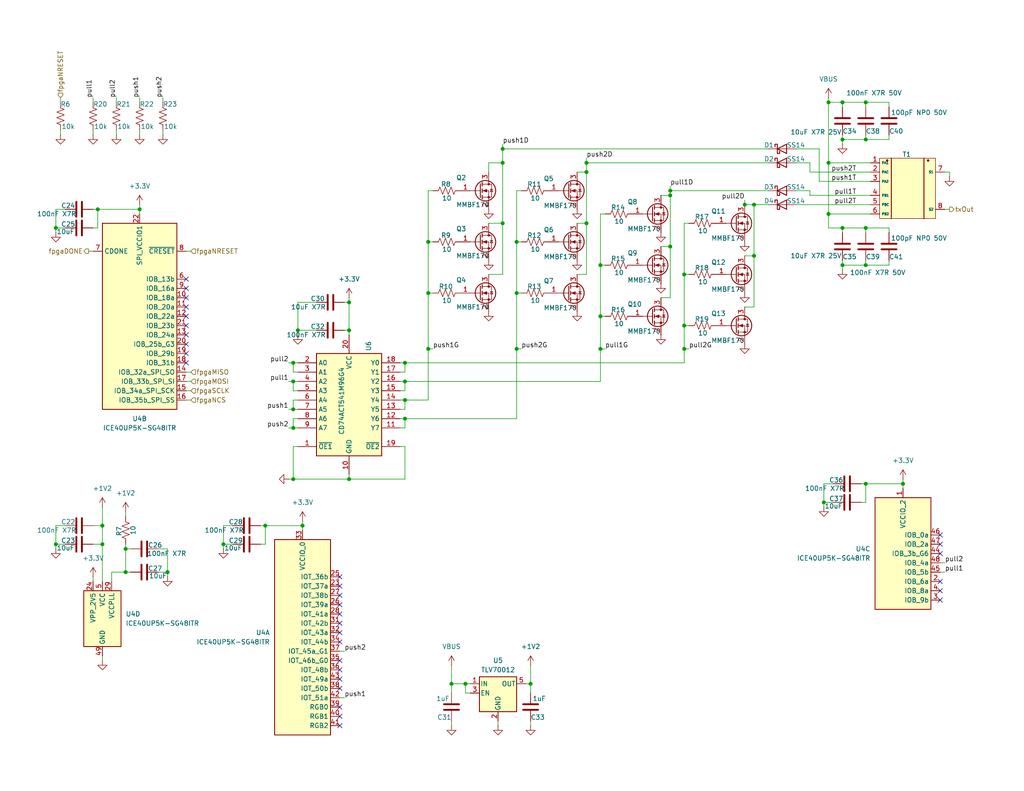
<source format=kicad_sch>
(kicad_sch (version 20250114) (generator "eeschema") (generator_version "9.0")
  (paper "USLetter")
  (title_block (date "2025-11-24") (company "WB7NAB"))
  (junction (at 229.87 38.1))
  (junction (at 236.22 27.94))
  (junction (at 229.87 62.23))
  (junction (at 80.01 104.14))
  (junction (at 127 186.69))
  (junction (at 26.67 57.15))
  (junction (at 205.74 55.88))
  (junction (at 110.49 109.22))
  (junction (at 110.49 114.3))
  (junction (at 80.01 130.81))
  (junction (at 60.96 148.59))
  (junction (at 144.78 186.69))
  (junction (at 236.22 132.08))
  (junction (at 140.97 95.25))
  (junction (at 116.84 95.25))
  (junction (at 236.22 38.1))
  (junction (at 95.25 90.17))
  (junction (at 123.19 186.69))
  (junction (at 163.83 86.36))
  (junction (at 236.22 62.23))
  (junction (at 95.25 130.81))
  (junction (at 80.01 111.76))
  (junction (at 160.02 44.45))
  (junction (at 186.69 74.93))
  (junction (at 246.38 132.08))
  (junction (at 226.06 58.42))
  (junction (at 236.22 72.39))
  (junction (at 82.55 143.51))
  (junction (at 137.16 44.45))
  (junction (at 137.16 40.64))
  (junction (at 163.83 95.25))
  (junction (at 203.2 55.88))
  (junction (at 160.02 60.96))
  (junction (at 81.28 90.17))
  (junction (at 72.39 143.51))
  (junction (at 229.87 27.94))
  (junction (at 140.97 80.01))
  (junction (at 140.97 66.04))
  (junction (at 116.84 80.01))
  (junction (at 45.72 156.21))
  (junction (at 205.74 69.85))
  (junction (at 186.69 88.9))
  (junction (at 137.16 60.96))
  (junction (at 160.02 46.99))
  (junction (at 182.88 52.07))
  (junction (at 34.29 149.86))
  (junction (at 27.94 143.51))
  (junction (at 224.79 137.16))
  (junction (at 110.49 104.14))
  (junction (at 226.06 27.94))
  (junction (at 182.88 53.34))
  (junction (at 34.29 156.21))
  (junction (at 229.87 72.39))
  (junction (at 226.06 44.45))
  (junction (at 15.24 62.23))
  (junction (at 110.49 99.06))
  (junction (at 186.69 95.25))
  (junction (at 116.84 66.04))
  (junction (at 163.83 72.39))
  (junction (at 80.01 116.84))
  (junction (at 15.24 148.59))
  (junction (at 38.1 57.15))
  (junction (at 95.25 82.55))
  (junction (at 27.94 148.59))
  (junction (at 80.01 99.06))
  (junction (at 182.88 67.31))
  (no_connect (at 256.54 161.29))
  (no_connect (at 50.8 93.98))
  (no_connect (at 92.71 187.96))
  (no_connect (at 92.71 172.72))
  (no_connect (at 92.71 198.12))
  (no_connect (at 256.54 151.13))
  (no_connect (at 92.71 165.1))
  (no_connect (at 256.54 158.75))
  (no_connect (at 92.71 157.48))
  (no_connect (at 92.71 195.58))
  (no_connect (at 256.54 148.59))
  (no_connect (at 50.8 78.74))
  (no_connect (at 50.8 88.9))
  (no_connect (at 92.71 167.64))
  (no_connect (at 92.71 160.02))
  (no_connect (at 92.71 162.56))
  (no_connect (at 92.71 182.88))
  (no_connect (at 50.8 91.44))
  (no_connect (at 92.71 193.04))
  (no_connect (at 50.8 99.06))
  (no_connect (at 256.54 146.05))
  (no_connect (at 50.8 83.82))
  (no_connect (at 50.8 76.2))
  (no_connect (at 92.71 185.42))
  (no_connect (at 50.8 96.52))
  (no_connect (at 50.8 81.28))
  (no_connect (at 92.71 180.34))
  (no_connect (at 256.54 163.83))
  (no_connect (at 92.71 170.18))
  (no_connect (at 92.71 175.26))
  (no_connect (at 50.8 86.36))
  (wire (pts (xy 140.97 80.01) (xy 142.24 80.01)))
  (wire (pts (xy 109.22 109.22) (xy 110.49 109.22)))
  (wire (pts (xy 165.1 58.42) (xy 163.83 58.42)))
  (wire (pts (xy 226.06 62.23) (xy 229.87 62.23)))
  (wire (pts (xy 205.74 55.88) (xy 205.74 69.85)))
  (wire (pts (xy 140.97 52.07) (xy 140.97 66.04)))
  (wire (pts (xy 242.57 63.5) (xy 242.57 62.23)))
  (wire (pts (xy 226.06 58.42) (xy 226.06 62.23)))
  (wire (pts (xy 92.71 190.5) (xy 93.98 190.5)))
  (wire (pts (xy 182.88 52.07) (xy 182.88 53.34)))
  (wire (pts (xy 242.57 36.83) (xy 242.57 38.1)))
  (wire (pts (xy 17.78 57.15) (xy 15.24 57.15)))
  (wire (pts (xy 203.2 83.82) (xy 205.74 83.82)))
  (wire (pts (xy 50.8 68.58) (xy 52.07 68.58)))
  (wire (pts (xy 34.29 149.86) (xy 35.56 149.86)))
  (wire (pts (xy 140.97 95.25) (xy 140.97 114.3)))
  (wire (pts (xy 15.24 57.15) (xy 15.24 62.23)))
  (wire (pts (xy 217.17 55.88) (xy 237.49 55.88)))
  (wire (pts (xy 109.22 114.3) (xy 110.49 114.3)))
  (wire (pts (xy 186.69 74.93) (xy 187.96 74.93)))
  (wire (pts (xy 25.4 143.51) (xy 27.94 143.51)))
  (wire (pts (xy 236.22 72.39) (xy 229.87 72.39)))
  (wire (pts (xy 144.78 196.85) (xy 144.78 198.12)))
  (wire (pts (xy 50.8 109.22) (xy 52.07 109.22)))
  (wire (pts (xy 229.87 73.66) (xy 229.87 72.39)))
  (wire (pts (xy 227.33 132.08) (xy 224.79 132.08)))
  (wire (pts (xy 163.83 95.25) (xy 163.83 104.14)))
  (wire (pts (xy 34.29 156.21) (xy 30.48 156.21)))
  (wire (pts (xy 81.28 121.92) (xy 80.01 121.92)))
  (wire (pts (xy 157.48 60.96) (xy 160.02 60.96)))
  (wire (pts (xy 71.12 148.59) (xy 72.39 148.59)))
  (wire (pts (xy 133.35 74.93) (xy 137.16 74.93)))
  (wire (pts (xy 186.69 95.25) (xy 186.69 99.06)))
  (wire (pts (xy 81.28 91.44) (xy 81.28 90.17)))
  (wire (pts (xy 116.84 52.07) (xy 116.84 66.04)))
  (wire (pts (xy 25.4 57.15) (xy 26.67 57.15)))
  (wire (pts (xy 109.22 104.14) (xy 110.49 104.14)))
  (wire (pts (xy 110.49 111.76) (xy 109.22 111.76)))
  (wire (pts (xy 123.19 196.85) (xy 123.19 198.12)))
  (wire (pts (xy 140.97 66.04) (xy 140.97 80.01)))
  (wire (pts (xy 242.57 72.39) (xy 236.22 72.39)))
  (wire (pts (xy 186.69 74.93) (xy 186.69 88.9)))
  (wire (pts (xy 236.22 62.23) (xy 236.22 63.5)))
  (wire (pts (xy 95.25 82.55) (xy 95.25 90.17)))
  (wire (pts (xy 236.22 38.1) (xy 229.87 38.1)))
  (wire (pts (xy 205.74 69.85) (xy 205.74 83.82)))
  (wire (pts (xy 186.69 99.06) (xy 110.49 99.06)))
  (wire (pts (xy 224.79 132.08) (xy 224.79 137.16)))
  (wire (pts (xy 15.24 62.23) (xy 17.78 62.23)))
  (wire (pts (xy 217.17 52.07) (xy 220.98 52.07)))
  (wire (pts (xy 25.4 62.23) (xy 26.67 62.23)))
  (wire (pts (xy 137.16 39.37) (xy 137.16 40.64)))
  (wire (pts (xy 30.48 156.21) (xy 30.48 158.75)))
  (wire (pts (xy 142.24 52.07) (xy 140.97 52.07)))
  (wire (pts (xy 80.01 99.06) (xy 80.01 101.6)))
  (wire (pts (xy 38.1 55.88) (xy 38.1 57.15)))
  (wire (pts (xy 246.38 132.08) (xy 246.38 133.35)))
  (wire (pts (xy 242.57 29.21) (xy 242.57 27.94)))
  (wire (pts (xy 27.94 138.43) (xy 27.94 143.51)))
  (wire (pts (xy 203.2 55.88) (xy 205.74 55.88)))
  (wire (pts (xy 144.78 181.61) (xy 144.78 186.69)))
  (wire (pts (xy 110.49 114.3) (xy 110.49 116.84)))
  (wire (pts (xy 80.01 114.3) (xy 80.01 116.84)))
  (wire (pts (xy 234.95 132.08) (xy 236.22 132.08)))
  (wire (pts (xy 16.51 27.94) (xy 16.51 26.67)))
  (wire (pts (xy 236.22 27.94) (xy 236.22 29.21)))
  (wire (pts (xy 259.08 57.15) (xy 257.81 57.15)))
  (wire (pts (xy 203.2 69.85) (xy 205.74 69.85)))
  (wire (pts (xy 95.25 90.17) (xy 93.98 90.17)))
  (wire (pts (xy 15.24 143.51) (xy 15.24 148.59)))
  (wire (pts (xy 187.96 60.96) (xy 186.69 60.96)))
  (wire (pts (xy 226.06 26.67) (xy 226.06 27.94)))
  (wire (pts (xy 31.75 35.56) (xy 31.75 36.83)))
  (wire (pts (xy 110.49 106.68) (xy 109.22 106.68)))
  (wire (pts (xy 27.94 148.59) (xy 27.94 158.75)))
  (wire (pts (xy 45.72 149.86) (xy 45.72 156.21)))
  (wire (pts (xy 236.22 27.94) (xy 229.87 27.94)))
  (wire (pts (xy 25.4 148.59) (xy 27.94 148.59)))
  (wire (pts (xy 163.83 72.39) (xy 165.1 72.39)))
  (wire (pts (xy 133.35 44.45) (xy 137.16 44.45)))
  (wire (pts (xy 116.84 52.07) (xy 118.11 52.07)))
  (wire (pts (xy 25.4 35.56) (xy 25.4 36.83)))
  (wire (pts (xy 236.22 36.83) (xy 236.22 38.1)))
  (wire (pts (xy 116.84 66.04) (xy 118.11 66.04)))
  (wire (pts (xy 160.02 60.96) (xy 160.02 74.93)))
  (wire (pts (xy 82.55 142.24) (xy 82.55 143.51)))
  (wire (pts (xy 229.87 71.12) (xy 229.87 72.39)))
  (wire (pts (xy 133.35 44.45) (xy 133.35 46.99)))
  (wire (pts (xy 116.84 80.01) (xy 118.11 80.01)))
  (wire (pts (xy 137.16 40.64) (xy 137.16 44.45)))
  (wire (pts (xy 163.83 104.14) (xy 110.49 104.14)))
  (wire (pts (xy 180.34 67.31) (xy 182.88 67.31)))
  (wire (pts (xy 50.8 101.6) (xy 52.07 101.6)))
  (wire (pts (xy 15.24 148.59) (xy 15.24 149.86)))
  (wire (pts (xy 160.02 44.45) (xy 160.02 46.99)))
  (wire (pts (xy 81.28 114.3) (xy 80.01 114.3)))
  (wire (pts (xy 186.69 60.96) (xy 186.69 74.93)))
  (wire (pts (xy 163.83 58.42) (xy 163.83 72.39)))
  (wire (pts (xy 63.5 143.51) (xy 60.96 143.51)))
  (wire (pts (xy 205.74 55.88) (xy 209.55 55.88)))
  (wire (pts (xy 80.01 99.06) (xy 78.74 99.06)))
  (wire (pts (xy 229.87 38.1) (xy 229.87 39.37)))
  (wire (pts (xy 163.83 86.36) (xy 165.1 86.36)))
  (wire (pts (xy 220.98 53.34) (xy 237.49 53.34)))
  (wire (pts (xy 43.18 156.21) (xy 45.72 156.21)))
  (wire (pts (xy 226.06 44.45) (xy 237.49 44.45)))
  (wire (pts (xy 220.98 46.99) (xy 237.49 46.99)))
  (wire (pts (xy 81.28 82.55) (xy 81.28 90.17)))
  (wire (pts (xy 80.01 106.68) (xy 81.28 106.68)))
  (wire (pts (xy 187.96 88.9) (xy 186.69 88.9)))
  (wire (pts (xy 38.1 27.94) (xy 38.1 26.67)))
  (wire (pts (xy 226.06 27.94) (xy 226.06 44.45)))
  (wire (pts (xy 95.25 130.81) (xy 80.01 130.81)))
  (wire (pts (xy 27.94 179.07) (xy 27.94 180.34)))
  (wire (pts (xy 234.95 137.16) (xy 236.22 137.16)))
  (wire (pts (xy 38.1 57.15) (xy 26.67 57.15)))
  (wire (pts (xy 60.96 148.59) (xy 60.96 149.86)))
  (wire (pts (xy 35.56 156.21) (xy 34.29 156.21)))
  (wire (pts (xy 123.19 186.69) (xy 123.19 189.23)))
  (wire (pts (xy 123.19 186.69) (xy 127 186.69)))
  (wire (pts (xy 157.48 74.93) (xy 160.02 74.93)))
  (wire (pts (xy 110.49 121.92) (xy 110.49 130.81)))
  (wire (pts (xy 17.78 148.59) (xy 15.24 148.59)))
  (wire (pts (xy 116.84 66.04) (xy 116.84 80.01)))
  (wire (pts (xy 236.22 71.12) (xy 236.22 72.39)))
  (wire (pts (xy 27.94 143.51) (xy 27.94 148.59)))
  (wire (pts (xy 110.49 101.6) (xy 109.22 101.6)))
  (wire (pts (xy 223.52 49.53) (xy 223.52 40.64)))
  (wire (pts (xy 80.01 121.92) (xy 80.01 130.81)))
  (wire (pts (xy 137.16 40.64) (xy 209.55 40.64)))
  (wire (pts (xy 229.87 27.94) (xy 226.06 27.94)))
  (wire (pts (xy 224.79 137.16) (xy 224.79 138.43)))
  (wire (pts (xy 86.36 82.55) (xy 81.28 82.55)))
  (wire (pts (xy 140.97 95.25) (xy 142.24 95.25)))
  (wire (pts (xy 25.4 27.94) (xy 25.4 26.67)))
  (wire (pts (xy 242.57 71.12) (xy 242.57 72.39)))
  (wire (pts (xy 95.25 81.28) (xy 95.25 82.55)))
  (wire (pts (xy 81.28 99.06) (xy 80.01 99.06)))
  (wire (pts (xy 44.45 27.94) (xy 44.45 26.67)))
  (wire (pts (xy 80.01 116.84) (xy 78.74 116.84)))
  (wire (pts (xy 160.02 43.18) (xy 160.02 44.45)))
  (wire (pts (xy 34.29 139.7) (xy 34.29 140.97)))
  (wire (pts (xy 78.74 130.81) (xy 80.01 130.81)))
  (wire (pts (xy 15.24 62.23) (xy 15.24 63.5)))
  (wire (pts (xy 80.01 109.22) (xy 80.01 111.76)))
  (wire (pts (xy 182.88 52.07) (xy 209.55 52.07)))
  (wire (pts (xy 259.08 48.26) (xy 259.08 46.99)))
  (wire (pts (xy 242.57 62.23) (xy 236.22 62.23)))
  (wire (pts (xy 34.29 149.86) (xy 34.29 156.21)))
  (wire (pts (xy 95.25 90.17) (xy 95.25 91.44)))
  (wire (pts (xy 81.28 109.22) (xy 80.01 109.22)))
  (wire (pts (xy 110.49 104.14) (xy 110.49 106.68)))
  (wire (pts (xy 157.48 46.99) (xy 160.02 46.99)))
  (wire (pts (xy 60.96 148.59) (xy 63.5 148.59)))
  (wire (pts (xy 236.22 137.16) (xy 236.22 132.08)))
  (wire (pts (xy 186.69 95.25) (xy 187.96 95.25)))
  (wire (pts (xy 95.25 129.54) (xy 95.25 130.81)))
  (wire (pts (xy 256.54 156.21) (xy 257.81 156.21)))
  (wire (pts (xy 38.1 35.56) (xy 38.1 36.83)))
  (wire (pts (xy 163.83 95.25) (xy 165.1 95.25)))
  (wire (pts (xy 24.13 68.58) (xy 25.4 68.58)))
  (wire (pts (xy 135.89 196.85) (xy 135.89 198.12)))
  (wire (pts (xy 180.34 81.28) (xy 182.88 81.28)))
  (wire (pts (xy 116.84 95.25) (xy 118.11 95.25)))
  (wire (pts (xy 182.88 50.8) (xy 182.88 52.07)))
  (wire (pts (xy 127 186.69) (xy 128.27 186.69)))
  (wire (pts (xy 116.84 80.01) (xy 116.84 95.25)))
  (wire (pts (xy 123.19 181.61) (xy 123.19 186.69)))
  (wire (pts (xy 229.87 36.83) (xy 229.87 38.1)))
  (wire (pts (xy 220.98 44.45) (xy 220.98 46.99)))
  (wire (pts (xy 226.06 44.45) (xy 226.06 58.42)))
  (wire (pts (xy 81.28 90.17) (xy 86.36 90.17)))
  (wire (pts (xy 72.39 148.59) (xy 72.39 143.51)))
  (wire (pts (xy 160.02 44.45) (xy 209.55 44.45)))
  (wire (pts (xy 237.49 58.42) (xy 226.06 58.42)))
  (wire (pts (xy 92.71 177.8) (xy 93.98 177.8)))
  (wire (pts (xy 31.75 27.94) (xy 31.75 26.67)))
  (wire (pts (xy 17.78 143.51) (xy 15.24 143.51)))
  (wire (pts (xy 144.78 186.69) (xy 144.78 189.23)))
  (wire (pts (xy 80.01 104.14) (xy 78.74 104.14)))
  (wire (pts (xy 71.12 143.51) (xy 72.39 143.51)))
  (wire (pts (xy 229.87 62.23) (xy 229.87 63.5)))
  (wire (pts (xy 44.45 35.56) (xy 44.45 36.83)))
  (wire (pts (xy 137.16 60.96) (xy 137.16 74.93)))
  (wire (pts (xy 25.4 157.48) (xy 25.4 158.75)))
  (wire (pts (xy 127 189.23) (xy 127 186.69)))
  (wire (pts (xy 50.8 106.68) (xy 52.07 106.68)))
  (wire (pts (xy 80.01 116.84) (xy 81.28 116.84)))
  (wire (pts (xy 236.22 132.08) (xy 246.38 132.08)))
  (wire (pts (xy 80.01 111.76) (xy 78.74 111.76)))
  (wire (pts (xy 203.2 54.61) (xy 203.2 55.88)))
  (wire (pts (xy 95.25 82.55) (xy 93.98 82.55)))
  (wire (pts (xy 220.98 52.07) (xy 220.98 53.34)))
  (wire (pts (xy 256.54 153.67) (xy 257.81 153.67)))
  (wire (pts (xy 116.84 95.25) (xy 116.84 109.22)))
  (wire (pts (xy 110.49 116.84) (xy 109.22 116.84)))
  (wire (pts (xy 45.72 157.48) (xy 45.72 156.21)))
  (wire (pts (xy 109.22 99.06) (xy 110.49 99.06)))
  (wire (pts (xy 229.87 29.21) (xy 229.87 27.94)))
  (wire (pts (xy 182.88 67.31) (xy 182.88 81.28)))
  (wire (pts (xy 72.39 143.51) (xy 82.55 143.51)))
  (wire (pts (xy 82.55 143.51) (xy 82.55 144.78)))
  (wire (pts (xy 140.97 114.3) (xy 110.49 114.3)))
  (wire (pts (xy 26.67 57.15) (xy 26.67 62.23)))
  (wire (pts (xy 16.51 35.56) (xy 16.51 36.83)))
  (wire (pts (xy 109.22 121.92) (xy 110.49 121.92)))
  (wire (pts (xy 133.35 60.96) (xy 137.16 60.96)))
  (wire (pts (xy 160.02 46.99) (xy 160.02 60.96)))
  (wire (pts (xy 259.08 46.99) (xy 257.81 46.99)))
  (wire (pts (xy 34.29 148.59) (xy 34.29 149.86)))
  (wire (pts (xy 143.51 186.69) (xy 144.78 186.69)))
  (wire (pts (xy 180.34 53.34) (xy 182.88 53.34)))
  (wire (pts (xy 50.8 104.14) (xy 52.07 104.14)))
  (wire (pts (xy 182.88 53.34) (xy 182.88 67.31)))
  (wire (pts (xy 116.84 109.22) (xy 110.49 109.22)))
  (wire (pts (xy 224.79 137.16) (xy 227.33 137.16)))
  (wire (pts (xy 81.28 104.14) (xy 80.01 104.14)))
  (wire (pts (xy 163.83 72.39) (xy 163.83 86.36)))
  (wire (pts (xy 140.97 80.01) (xy 140.97 95.25)))
  (wire (pts (xy 163.83 86.36) (xy 163.83 95.25)))
  (wire (pts (xy 246.38 130.81) (xy 246.38 132.08)))
  (wire (pts (xy 128.27 189.23) (xy 127 189.23)))
  (wire (pts (xy 110.49 99.06) (xy 110.49 101.6)))
  (wire (pts (xy 186.69 88.9) (xy 186.69 95.25)))
  (wire (pts (xy 140.97 66.04) (xy 142.24 66.04)))
  (wire (pts (xy 80.01 104.14) (xy 80.01 106.68)))
  (wire (pts (xy 110.49 109.22) (xy 110.49 111.76)))
  (wire (pts (xy 242.57 27.94) (xy 236.22 27.94)))
  (wire (pts (xy 38.1 57.15) (xy 38.1 58.42)))
  (wire (pts (xy 242.57 38.1) (xy 236.22 38.1)))
  (wire (pts (xy 217.17 44.45) (xy 220.98 44.45)))
  (wire (pts (xy 60.96 143.51) (xy 60.96 148.59)))
  (wire (pts (xy 80.01 111.76) (xy 81.28 111.76)))
  (wire (pts (xy 137.16 44.45) (xy 137.16 60.96)))
  (wire (pts (xy 110.49 130.81) (xy 95.25 130.81)))
  (wire (pts (xy 43.18 149.86) (xy 45.72 149.86)))
  (wire (pts (xy 223.52 49.53) (xy 237.49 49.53)))
  (wire (pts (xy 217.17 40.64) (xy 223.52 40.64)))
  (wire (pts (xy 80.01 101.6) (xy 81.28 101.6)))
  (wire (pts (xy 236.22 62.23) (xy 229.87 62.23)))
  (label "push2" (at 93.98 177.8 0))
  (label "push1" (at 78.74 111.76 180))
  (label "push2G" (at 142.24 95.25 0))
  (label "push1" (at 93.98 190.5 0))
  (label "pull2G" (at 187.96 95.25 0))
  (label "pull1G" (at 165.1 95.25 0))
  (label "pull2T" (at 233.68 55.88 180))
  (label "pull2" (at 31.75 26.67 90))
  (label "pull2D" (at 203.2 54.61 180))
  (label "pull2" (at 257.81 153.67 0))
  (label "pull1" (at 257.81 156.21 0))
  (label "push1" (at 38.1 26.67 90))
  (label "push2D" (at 160.02 43.18 0))
  (label "pull1" (at 78.74 104.14 180))
  (label "push2" (at 44.45 26.67 90))
  (label "pull1D" (at 182.88 50.8 0))
  (label "push1G" (at 118.11 95.25 0))
  (label "pull1" (at 25.4 26.67 90))
  (label "push1D" (at 137.16 39.37 0))
  (label "push2T" (at 233.68 46.99 180))
  (label "pull1T" (at 233.68 53.34 180))
  (label "push2" (at 78.74 116.84 180))
  (label "pull2" (at 78.74 99.06 180))
  (label "push1T" (at 233.68 49.53 180))
  (hierarchical_label "txOut" (shape output) (at 259.08 57.15 0))
  (hierarchical_label "fpgaMOSI" (shape input) (at 52.07 104.14 0))
  (hierarchical_label "fpgaDONE" (shape output) (at 24.13 68.58 180))
  (hierarchical_label "fpgaNRESET" (shape input) (at 16.51 26.67 90))
  (hierarchical_label "fpgaMISO" (shape input) (at 52.07 101.6 0))
  (hierarchical_label "fpgaNCS" (shape input) (at 52.07 109.22 0))
  (hierarchical_label "fpgaNRESET" (shape input) (at 52.07 68.58 0))
  (hierarchical_label "fpgaSCLK" (shape input) (at 52.07 106.68 0))
  (symbol (lib_id "power:+3.3V") (at 38.1 55.88 0) (unit 1)
    (property "Reference" "#PWR038" (effects (hide yes)))
    (property "Value" "+3.3V" (at 38.1 50.8 0))
    (property "Description" "Power symbol creates a global label with name \"+3.3V\"" (effects (hide yes)))
  )
  (symbol (lib_id "power:GND") (at 133.35 57.15 0) (unit 1)
    (property "Reference" "#PWR047" (effects (hide yes)))
    (property "Value" "GND" (effects (hide yes)))
    (property "Description" "Power symbol creates a global label with name \"GND\" , ground" (effects (hide yes)))
  )
  (symbol (lib_id "power:GND") (at 157.48 85.09 0) (unit 1)
    (property "Reference" "#PWR055" (effects (hide yes)))
    (property "Value" "GND" (effects (hide yes)))
    (property "Description" "Power symbol creates a global label with name \"GND\" , ground" (effects (hide yes)))
  )
  (symbol (lib_id "power:GND") (at 38.1 36.83 0) (unit 1)
    (property "Reference" "#PWR075" (effects (hide yes)))
    (property "Value" "GND" (effects (hide yes)))
    (property "Description" "Power symbol creates a global label with name \"GND\" , ground" (effects (hide yes)))
  )
  (symbol (lib_id "Device:C") (at 21.59 57.15 90) (mirror x) (unit 1)
    (property "Reference" "C24" (at 20.574 56.134 90) (effects (justify left)))
    (property "Value" "100nF X7R" (at 20.828 58.42 90) (effects (justify left)))
    (property "Footprint" "Capacitor_SMD:C_0603_1608Metric" (effects (hide yes)))
    (property "Description" "Unpolarized capacitor" (effects (hide yes)))
    (property "LCSC" "C14663" (effects (hide yes)))
  )
  (symbol (lib_id "Library:CD74ACT541M96G4") (at 95.25 104.14 0) (unit 1)
    (property "Reference" "U6" (at 100.584 94.488 90))
    (property "Value" "CD74ACT541M96G4" (at 93.218 109.474 90))
    (property "Footprint" "SOIC127P1030X265-20N" (effects (hide yes)))
    (property "Datasheet" "https://www.arrow.com/en/products/cd74act541m96g4/texas-instruments" (effects (hide yes)))
    (property "Description" "Buffer/Line Driver 8-CH Non-Inverting 3-ST CMOS 20-Pin SOIC T/R" (effects (hide yes)))
    (property "Height" "2.65" (effects (hide yes)))
    (property "Mouser Part Number" "74ACT541SCX" (effects (hide yes)))
    (property "Mouser Price/Stock" "https://www.lcsc.com/datasheet/C899000.pdf" (effects (hide yes)))
    (property "Manufacturer_Name" "onsemi" (effects (hide yes)))
    (property "Manufacturer_Part_Number" "CD74ACT541M96G4" (effects (hide yes)))
    (property "LCSC" "C899000" (effects (hide yes)))
    (property "MPN" "74ACT541SCX" (effects (hide yes)))
  )
  (symbol (lib_id "Transistor_FET:BS170F") (at 130.81 52.07 0) (unit 1)
    (property "Reference" "Q2" (at 124.46 48.514 0) (effects (justify left)))
    (property "Value" "MMBF170" (at 124.46 55.88 0) (effects (justify left)))
    (property "Footprint" "Package_TO_SOT_SMD:SOT-23" (effects (hide yes)))
    (property "Datasheet" "http://www.diodes.com/assets/Datasheets/BS170F.pdf" (effects (hide yes)))
    (property "Description" "0.15A Id, 60V Vds, N-Channel MOSFET, SOT-23" (effects (hide yes)))
    (property "LCSC" "C28871" (effects (hide yes)))
  )
  (symbol (lib_id "Device:R_US") (at 146.05 80.01 90) (unit 1)
    (property "Reference" "R13" (at 145.796 78.232 90))
    (property "Value" "10" (at 146.05 82.042 90))
    (property "Footprint" "Resistor_SMD:R_0603_1608Metric" (effects (hide yes)))
    (property "Description" "Resistor, US symbol" (effects (hide yes)))
    (property "LCSC" "C2907091" (effects (hide yes)))
  )
  (symbol (lib_id "power:GND") (at 123.19 198.12 0) (unit 1)
    (property "Reference" "#PWR045" (effects (hide yes)))
    (property "Value" "GND" (effects (hide yes)))
    (property "Description" "Power symbol creates a global label with name \"GND\" , ground" (effects (hide yes)))
  )
  (symbol (lib_id "power:+3.3V") (at 246.38 130.81 0) (unit 1)
    (property "Reference" "#PWR067" (effects (hide yes)))
    (property "Value" "+3.3V" (at 246.38 125.73 0))
    (property "Description" "Power symbol creates a global label with name \"+3.3V\"" (effects (hide yes)))
  )
  (symbol (lib_id "Diode:SS14") (at 213.36 40.64 0) (unit 1)
    (property "Reference" "D1" (at 209.804 39.624 0))
    (property "Value" "SS14" (at 217.17 39.624 0))
    (property "Footprint" "Diode_SMD:D_SMA" (effects (hide yes)))
    (property "Datasheet" "https://www.vishay.com/docs/88746/ss12.pdf" (effects (hide yes)))
    (property "Description" "40V 1A Schottky Diode, SMA" (effects (hide yes)))
    (property "LCSC" "C83852" (effects (hide yes)))
  )
  (symbol (lib_id "Diode:SS14") (at 213.36 52.07 0) (unit 1)
    (property "Reference" "D3" (at 209.804 51.054 0))
    (property "Value" "SS14" (at 217.17 51.054 0))
    (property "Footprint" "Diode_SMD:D_SMA" (effects (hide yes)))
    (property "Datasheet" "https://www.vishay.com/docs/88746/ss12.pdf" (effects (hide yes)))
    (property "Description" "40V 1A Schottky Diode, SMA" (effects (hide yes)))
    (property "LCSC" "C83852" (effects (hide yes)))
  )
  (symbol (lib_id "Device:R_US") (at 146.05 66.04 90) (unit 1)
    (property "Reference" "R12" (at 145.796 64.262 90))
    (property "Value" "10" (at 146.05 68.072 90))
    (property "Footprint" "Resistor_SMD:R_0603_1608Metric" (effects (hide yes)))
    (property "Description" "Resistor, US symbol" (effects (hide yes)))
    (property "LCSC" "C2907091" (effects (hide yes)))
  )
  (symbol (lib_id "Device:R_US") (at 121.92 66.04 90) (unit 1)
    (property "Reference" "R9" (at 121.666 64.262 90))
    (property "Value" "10" (at 121.92 68.072 90))
    (property "Footprint" "Resistor_SMD:R_0603_1608Metric" (effects (hide yes)))
    (property "Description" "Resistor, US symbol" (effects (hide yes)))
    (property "LCSC" "C2907091" (effects (hide yes)))
  )
  (symbol (lib_id "Device:C") (at 90.17 90.17 90) (unit 1)
    (property "Reference" "C32" (at 88.646 89.154 90) (effects (justify left)))
    (property "Value" "100nF X7R" (at 88.9 91.44 90) (effects (justify left)))
    (property "Footprint" "Capacitor_SMD:C_0603_1608Metric" (effects (hide yes)))
    (property "Description" "Unpolarized capacitor" (effects (hide yes)))
    (property "LCSC" "C14663" (effects (hide yes)))
  )
  (symbol (lib_id "power:GND") (at 15.24 63.5 0) (unit 1)
    (property "Reference" "#PWR032" (effects (hide yes)))
    (property "Value" "GND" (effects (hide yes)))
    (property "Description" "Power symbol creates a global label with name \"GND\" , ground" (effects (hide yes)))
  )
  (symbol (lib_id "power:GND") (at 259.08 48.26 0) (unit 1)
    (property "Reference" "#PWR068" (effects (hide yes)))
    (property "Value" "GND" (effects (hide yes)))
    (property "Description" "Power symbol creates a global label with name \"GND\" , ground" (effects (hide yes)))
  )
  (symbol (lib_id "Device:C") (at 144.78 193.04 0) (mirror x) (unit 1)
    (property "Reference" "C33" (at 144.78 195.834 0) (effects (justify left)))
    (property "Value" "1uF" (at 145.288 190.754 0) (effects (justify left)))
    (property "Footprint" "Capacitor_SMD:C_0603_1608Metric" (effects (hide yes)))
    (property "Description" "Unpolarized capacitor" (effects (hide yes)))
    (property "LCSC" "C29936" (effects (hide yes)))
  )
  (symbol (lib_id "power:GND") (at 15.24 149.86 0) (mirror y) (unit 1)
    (property "Reference" "#PWR031" (effects (hide yes)))
    (property "Value" "GND" (effects (hide yes)))
    (property "Description" "Power symbol creates a global label with name \"GND\" , ground" (effects (hide yes)))
  )
  (symbol (lib_id "Device:R_US") (at 44.45 31.75 0) (unit 1)
    (property "Reference" "R23" (at 44.45 28.448 0) (effects (justify left)))
    (property "Value" "10k" (at 44.704 34.544 0) (effects (justify left)))
    (property "Footprint" "Resistor_SMD:R_0603_1608Metric" (effects (hide yes)))
    (property "Description" "Resistor, US symbol" (effects (hide yes)))
    (property "LCSC" "C2930027" (effects (hide yes)))
  )
  (symbol (lib_id "power:GND") (at 135.89 198.12 0) (unit 1)
    (property "Reference" "#PWR050" (effects (hide yes)))
    (property "Value" "GND" (effects (hide yes)))
    (property "Description" "Power symbol creates a global label with name \"GND\" , ground" (effects (hide yes)))
  )
  (symbol (lib_id "power:GND") (at 144.78 198.12 0) (mirror y) (unit 1)
    (property "Reference" "#PWR052" (effects (hide yes)))
    (property "Value" "GND" (effects (hide yes)))
    (property "Description" "Power symbol creates a global label with name \"GND\" , ground" (effects (hide yes)))
  )
  (symbol (lib_id "Device:R_US") (at 38.1 31.75 0) (unit 1)
    (property "Reference" "R22" (at 38.1 28.448 0) (effects (justify left)))
    (property "Value" "10k" (at 38.354 34.544 0) (effects (justify left)))
    (property "Footprint" "Resistor_SMD:R_0603_1608Metric" (effects (hide yes)))
    (property "Description" "Resistor, US symbol" (effects (hide yes)))
    (property "LCSC" "C2930027" (effects (hide yes)))
  )
  (symbol (lib_id "Transistor_FET:BS170F") (at 130.81 80.01 0) (unit 1)
    (property "Reference" "Q4" (at 124.46 76.454 0) (effects (justify left)))
    (property "Value" "MMBF170" (at 124.46 83.82 0) (effects (justify left)))
    (property "Footprint" "Package_TO_SOT_SMD:SOT-23" (effects (hide yes)))
    (property "Datasheet" "http://www.diodes.com/assets/Datasheets/BS170F.pdf" (effects (hide yes)))
    (property "Description" "0.15A Id, 60V Vds, N-Channel MOSFET, SOT-23" (effects (hide yes)))
    (property "LCSC" "C28871" (effects (hide yes)))
  )
  (symbol (lib_id "Device:C") (at 229.87 33.02 0) (mirror x) (unit 1)
    (property "Reference" "C34" (at 229.87 35.814 0) (effects (justify left)))
    (property "Value" "10uF X7R 25V" (at 215.646 36.068 0) (effects (justify left)))
    (property "Footprint" "Capacitor_SMD:C_0603_1608Metric" (effects (hide yes)))
    (property "Description" "Unpolarized capacitor" (effects (hide yes)))
    (property "LCSC" "C96446" (effects (hide yes)))
  )
  (symbol (lib_id "Transistor_FET:BS170F") (at 177.8 72.39 0) (unit 1)
    (property "Reference" "Q9" (at 171.196 69.088 0) (effects (justify left)))
    (property "Value" "MMBF170" (at 171.196 76.454 0) (effects (justify left)))
    (property "Footprint" "Package_TO_SOT_SMD:SOT-23" (effects (hide yes)))
    (property "Datasheet" "http://www.diodes.com/assets/Datasheets/BS170F.pdf" (effects (hide yes)))
    (property "Description" "0.15A Id, 60V Vds, N-Channel MOSFET, SOT-23" (effects (hide yes)))
    (property "LCSC" "C28871" (effects (hide yes)))
  )
  (symbol (lib_id "power:GND") (at 133.35 85.09 0) (unit 1)
    (property "Reference" "#PWR049" (effects (hide yes)))
    (property "Value" "GND" (effects (hide yes)))
    (property "Description" "Power symbol creates a global label with name \"GND\" , ground" (effects (hide yes)))
  )
  (symbol (lib_id "power:GND") (at 203.2 66.04 0) (unit 1)
    (property "Reference" "#PWR060" (effects (hide yes)))
    (property "Value" "GND" (effects (hide yes)))
    (property "Description" "Power symbol creates a global label with name \"GND\" , ground" (effects (hide yes)))
  )
  (symbol (lib_id "power:+1V2") (at 27.94 138.43 0) (unit 1)
    (property "Reference" "#PWR035" (effects (hide yes)))
    (property "Value" "+1V2" (at 27.94 133.35 0))
    (property "Description" "Power symbol creates a global label with name \"+1V2\"" (effects (hide yes)))
  )
  (symbol (lib_id "FPGA_Lattice:ICE40UP5K-SG48ITR") (at 27.94 168.91 0) (unit 4)
    (property "Reference" "U4" (at 34.29 167.6399 0) (effects (justify left)))
    (property "Value" "ICE40UP5K-SG48ITR" (at 34.29 170.1799 0) (effects (justify left)))
    (property "Footprint" "Package_DFN_QFN:QFN-48-1EP_7x7mm_P0.5mm_EP5.6x5.6mm" (effects (hide yes)))
    (property "Datasheet" "http://www.latticesemi.com/Products/FPGAandCPLD/iCE40Ultra" (effects (hide yes)))
    (property "Description" "iCE40 UltraPlus FPGA, 5280 LUTs, 1.2V, 48-pin QFN" (effects (hide yes)))
    (property "LCSC" "C2678152" (effects (hide yes)))
  )
  (symbol (lib_id "Device:R_US") (at 31.75 31.75 0) (unit 1)
    (property "Reference" "R21" (at 31.75 28.448 0) (effects (justify left)))
    (property "Value" "10k" (at 32.004 34.544 0) (effects (justify left)))
    (property "Footprint" "Resistor_SMD:R_0603_1608Metric" (effects (hide yes)))
    (property "Description" "Resistor, US symbol" (effects (hide yes)))
    (property "LCSC" "C2930027" (effects (hide yes)))
  )
  (symbol (lib_id "power:+3.3V") (at 95.25 81.28 0) (unit 1)
    (property "Reference" "#PWR042" (effects (hide yes)))
    (property "Value" "+3.3V" (at 95.25 76.2 0))
    (property "Description" "Power symbol creates a global label with name \"+3.3V\"" (effects (hide yes)))
  )
  (symbol (lib_id "power:+3.3V") (at 82.55 142.24 0) (unit 1)
    (property "Reference" "#PWR041" (effects (hide yes)))
    (property "Value" "+3.3V" (at 82.55 137.16 0))
    (property "Description" "Power symbol creates a global label with name \"+3.3V\"" (effects (hide yes)))
  )
  (symbol (lib_id "power:GND") (at 60.96 149.86 0) (unit 1)
    (property "Reference" "#PWR040" (effects (hide yes)))
    (property "Value" "GND" (effects (hide yes)))
    (property "Description" "Power symbol creates a global label with name \"GND\" , ground" (effects (hide yes)))
  )
  (symbol (lib_id "Device:C") (at 123.19 193.04 180) (unit 1)
    (property "Reference" "C31" (at 123.19 195.834 0) (effects (justify left)))
    (property "Value" "1uF" (at 122.682 190.754 0) (effects (justify left)))
    (property "Footprint" "Capacitor_SMD:C_0603_1608Metric" (effects (hide yes)))
    (property "Description" "Unpolarized capacitor" (effects (hide yes)))
    (property "LCSC" "C29936" (effects (hide yes)))
  )
  (symbol (lib_id "power:GND") (at 229.87 39.37 0) (mirror y) (unit 1)
    (property "Reference" "#PWR065" (effects (hide yes)))
    (property "Value" "GND" (effects (hide yes)))
    (property "Description" "Power symbol creates a global label with name \"GND\" , ground" (effects (hide yes)))
  )
  (symbol (lib_id "Device:C") (at 21.59 148.59 90) (mirror x) (unit 1)
    (property "Reference" "C23" (at 20.574 147.574 90) (effects (justify left)))
    (property "Value" "10uF" (at 20.32 149.606 90) (effects (justify left)))
    (property "Footprint" "Capacitor_SMD:C_0603_1608Metric" (effects (hide yes)))
    (property "Description" "Unpolarized capacitor" (effects (hide yes)))
    (property "LCSC" "C2959727" (effects (hide yes)))
  )
  (symbol (lib_id "power:GND") (at 31.75 36.83 0) (unit 1)
    (property "Reference" "#PWR074" (effects (hide yes)))
    (property "Value" "GND" (effects (hide yes)))
    (property "Description" "Power symbol creates a global label with name \"GND\" , ground" (effects (hide yes)))
  )
  (symbol (lib_id "power:GND") (at 27.94 180.34 0) (unit 1)
    (property "Reference" "#PWR036" (effects (hide yes)))
    (property "Value" "GND" (effects (hide yes)))
    (property "Description" "Power symbol creates a global label with name \"GND\" , ground" (effects (hide yes)))
  )
  (symbol (lib_id "Transistor_FET:BS170F") (at 200.66 60.96 0) (unit 1)
    (property "Reference" "Q11" (at 194.056 57.658 0) (effects (justify left)))
    (property "Value" "MMBF170" (at 194.056 65.024 0) (effects (justify left)))
    (property "Footprint" "Package_TO_SOT_SMD:SOT-23" (effects (hide yes)))
    (property "Datasheet" "http://www.diodes.com/assets/Datasheets/BS170F.pdf" (effects (hide yes)))
    (property "Description" "0.15A Id, 60V Vds, N-Channel MOSFET, SOT-23" (effects (hide yes)))
    (property "LCSC" "C28871" (effects (hide yes)))
  )
  (symbol (lib_id "Device:C") (at 242.57 67.31 0) (mirror x) (unit 1)
    (property "Reference" "C41" (at 242.57 70.104 0) (effects (justify left)))
    (property "Value" "100pF NP0 50V" (at 243.078 65.024 0) (effects (justify left)))
    (property "Footprint" "Capacitor_SMD:C_0603_1608Metric" (effects (hide yes)))
    (property "Description" "Unpolarized capacitor" (effects (hide yes)))
    (property "LCSC" "C14665" (effects (hide yes)))
  )
  (symbol (lib_id "power:GND") (at 203.2 80.01 0) (unit 1)
    (property "Reference" "#PWR061" (effects (hide yes)))
    (property "Value" "GND" (effects (hide yes)))
    (property "Description" "Power symbol creates a global label with name \"GND\" , ground" (effects (hide yes)))
  )
  (symbol (lib_id "Device:R_US") (at 191.77 60.96 90) (unit 1)
    (property "Reference" "R17" (at 191.516 59.182 90))
    (property "Value" "10" (at 191.77 62.992 90))
    (property "Footprint" "Resistor_SMD:R_0603_1608Metric" (effects (hide yes)))
    (property "Description" "Resistor, US symbol" (effects (hide yes)))
    (property "LCSC" "C2907091" (effects (hide yes)))
  )
  (symbol (lib_id "FPGA_Lattice:ICE40UP5K-SG48ITR") (at 82.55 172.72 0) (mirror y) (unit 1)
    (property "Reference" "U4" (at 73.66 172.7199 0) (effects (justify left)))
    (property "Value" "ICE40UP5K-SG48ITR" (at 73.66 175.2599 0) (effects (justify left)))
    (property "Footprint" "Package_DFN_QFN:QFN-48-1EP_7x7mm_P0.5mm_EP5.6x5.6mm" (effects (hide yes)))
    (property "Datasheet" "http://www.latticesemi.com/Products/FPGAandCPLD/iCE40Ultra" (effects (hide yes)))
    (property "Description" "iCE40 UltraPlus FPGA, 5280 LUTs, 1.2V, 48-pin QFN" (effects (hide yes)))
    (property "LCSC" "C2678152" (effects (hide yes)))
  )
  (symbol (lib_id "power:GND") (at 224.79 138.43 0) (unit 1)
    (property "Reference" "#PWR063" (effects (hide yes)))
    (property "Value" "GND" (effects (hide yes)))
    (property "Description" "Power symbol creates a global label with name \"GND\" , ground" (effects (hide yes)))
  )
  (symbol (lib_id "Transistor_FET:BS170F") (at 154.94 66.04 0) (unit 1)
    (property "Reference" "Q6" (at 148.336 62.738 0) (effects (justify left)))
    (property "Value" "MMBF170" (at 148.336 70.104 0) (effects (justify left)))
    (property "Footprint" "Package_TO_SOT_SMD:SOT-23" (effects (hide yes)))
    (property "Datasheet" "http://www.diodes.com/assets/Datasheets/BS170F.pdf" (effects (hide yes)))
    (property "Description" "0.15A Id, 60V Vds, N-Channel MOSFET, SOT-23" (effects (hide yes)))
    (property "LCSC" "C28871" (effects (hide yes)))
  )
  (symbol (lib_id "power:GND") (at 157.48 71.12 0) (unit 1)
    (property "Reference" "#PWR054" (effects (hide yes)))
    (property "Value" "GND" (effects (hide yes)))
    (property "Description" "Power symbol creates a global label with name \"GND\" , ground" (effects (hide yes)))
  )
  (symbol (lib_id "power:+1V2") (at 34.29 139.7 0) (unit 1)
    (property "Reference" "#PWR037" (effects (hide yes)))
    (property "Value" "+1V2" (at 34.29 134.62 0))
    (property "Description" "Power symbol creates a global label with name \"+1V2\"" (effects (hide yes)))
  )
  (symbol (lib_id "Device:C") (at 39.37 156.21 270) (unit 1)
    (property "Reference" "C27" (at 40.386 155.194 90) (effects (justify left)))
    (property "Value" "10uF" (at 40.64 157.226 90) (effects (justify left)))
    (property "Footprint" "Capacitor_SMD:C_0603_1608Metric" (effects (hide yes)))
    (property "Description" "Unpolarized capacitor" (effects (hide yes)))
    (property "LCSC" "C2959727" (effects (hide yes)))
  )
  (symbol (lib_id "Device:C") (at 231.14 132.08 90) (mirror x) (unit 1)
    (property "Reference" "C36" (at 230.124 131.064 90) (effects (justify left)))
    (property "Value" "100nF X7R" (at 230.378 133.35 90) (effects (justify left)))
    (property "Footprint" "Capacitor_SMD:C_0603_1608Metric" (effects (hide yes)))
    (property "Description" "Unpolarized capacitor" (effects (hide yes)))
    (property "LCSC" "C14663" (effects (hide yes)))
  )
  (symbol (lib_id "Transistor_FET:BS170F") (at 200.66 74.93 0) (unit 1)
    (property "Reference" "Q12" (at 194.056 71.628 0) (effects (justify left)))
    (property "Value" "MMBF170" (at 194.056 78.994 0) (effects (justify left)))
    (property "Footprint" "Package_TO_SOT_SMD:SOT-23" (effects (hide yes)))
    (property "Datasheet" "http://www.diodes.com/assets/Datasheets/BS170F.pdf" (effects (hide yes)))
    (property "Description" "0.15A Id, 60V Vds, N-Channel MOSFET, SOT-23" (effects (hide yes)))
    (property "LCSC" "C28871" (effects (hide yes)))
  )
  (symbol (lib_id "Device:C") (at 236.22 33.02 0) (mirror x) (unit 1)
    (property "Reference" "C38" (at 236.22 35.814 0) (effects (justify left)))
    (property "Value" "100nF X7R 50V" (at 230.886 25.4 0) (effects (justify left)))
    (property "Footprint" "Capacitor_SMD:C_0603_1608Metric" (effects (hide yes)))
    (property "Description" "Unpolarized capacitor" (effects (hide yes)))
    (property "LCSC" "C14663" (effects (hide yes)))
  )
  (symbol (lib_id "power:GND") (at 180.34 91.44 0) (unit 1)
    (property "Reference" "#PWR059" (effects (hide yes)))
    (property "Value" "GND" (effects (hide yes)))
    (property "Description" "Power symbol creates a global label with name \"GND\" , ground" (effects (hide yes)))
  )
  (symbol (lib_id "power:GND") (at 81.28 91.44 0) (unit 1)
    (property "Reference" "#PWR046" (effects (hide yes)))
    (property "Value" "GND" (effects (hide yes)))
    (property "Description" "Power symbol creates a global label with name \"GND\" , ground" (effects (hide yes)))
  )
  (symbol (lib_id "power:GND") (at 133.35 71.12 0) (unit 1)
    (property "Reference" "#PWR048" (effects (hide yes)))
    (property "Value" "GND" (effects (hide yes)))
    (property "Description" "Power symbol creates a global label with name \"GND\" , ground" (effects (hide yes)))
  )
  (symbol (lib_id "power:GND") (at 44.45 36.83 0) (unit 1)
    (property "Reference" "#PWR076" (effects (hide yes)))
    (property "Value" "GND" (effects (hide yes)))
    (property "Description" "Power symbol creates a global label with name \"GND\" , ground" (effects (hide yes)))
  )
  (symbol (lib_id "power:VBUS") (at 226.06 26.67 0) (unit 1)
    (property "Reference" "#PWR064" (effects (hide yes)))
    (property "Value" "VBUS" (at 226.06 21.59 0))
    (property "Description" "Power symbol creates a global label with name \"VBUS\"" (effects (hide yes)))
  )
  (symbol (lib_id "Device:R_US") (at 191.77 74.93 90) (unit 1)
    (property "Reference" "R18" (at 191.516 73.152 90))
    (property "Value" "10" (at 191.77 76.962 90))
    (property "Footprint" "Resistor_SMD:R_0603_1608Metric" (effects (hide yes)))
    (property "Description" "Resistor, US symbol" (effects (hide yes)))
    (property "LCSC" "C2907091" (effects (hide yes)))
  )
  (symbol (lib_id "Regulator_Linear:TLV70012_SOT353") (at 135.89 189.23 0) (unit 1)
    (property "Reference" "U5" (at 135.89 180.34 0))
    (property "Value" "TLV70012" (at 135.89 182.88 0))
    (property "Footprint" "Package_TO_SOT_SMD:SOT-353_SC-70-5" (effects (hide yes)))
    (property "Datasheet" "http://www.ti.com/lit/ds/symlink/tlv700.pdf" (effects (hide yes)))
    (property "Description" "200mA Low Dropout Voltage Regulator, Fixed Output 1.2V, SOT-23-5/SC-70-5/SOT-353" (effects (hide yes)))
    (property "LCSC" "C69446" (effects (hide yes)))
  )
  (symbol (lib_id "Device:R_US") (at 121.92 52.07 90) (unit 1)
    (property "Reference" "R8" (at 121.666 50.292 90))
    (property "Value" "10" (at 121.92 54.102 90))
    (property "Footprint" "Resistor_SMD:R_0603_1608Metric" (effects (hide yes)))
    (property "Description" "Resistor, US symbol" (effects (hide yes)))
    (property "LCSC" "C2907091" (effects (hide yes)))
  )
  (symbol (lib_id "Library:Transformer_BN43_202_DualTap") (at 247.65 49.53 0) (unit 1) (in_bom no)
    (property "Reference" "T1" (at 247.396 42.164 0))
    (property "Value" "BN-43-202_DualPri_CTSec" (effects (hide yes)))
    (property "Footprint" "Library:bn-43-202-horizontal" (effects (hide yes)))
    (property "Description" "BN-43-202 mix 43. A and B primaries 4t (center tap at 2t) #26AWG. Secondary 4t #26AWG" (effects (hide yes)))
    (property "LCSC" "C7174817" (effects (hide yes)))
    (property "MFG" "Fair-Rite" (effects (hide yes)))
    (property "MPN" "2843000202" (effects (hide yes)))
  )
  (symbol (lib_id "Transistor_FET:BS170F") (at 177.8 86.36 0) (unit 1)
    (property "Reference" "Q10" (at 171.196 83.058 0) (effects (justify left)))
    (property "Value" "MMBF170" (at 171.196 90.424 0) (effects (justify left)))
    (property "Footprint" "Package_TO_SOT_SMD:SOT-23" (effects (hide yes)))
    (property "Datasheet" "http://www.diodes.com/assets/Datasheets/BS170F.pdf" (effects (hide yes)))
    (property "Description" "0.15A Id, 60V Vds, N-Channel MOSFET, SOT-23" (effects (hide yes)))
    (property "LCSC" "C28871" (effects (hide yes)))
  )
  (symbol (lib_id "Transistor_FET:BS170F") (at 130.81 66.04 0) (unit 1)
    (property "Reference" "Q3" (at 124.46 62.484 0) (effects (justify left)))
    (property "Value" "MMBF170" (at 124.46 69.85 0) (effects (justify left)))
    (property "Footprint" "Package_TO_SOT_SMD:SOT-23" (effects (hide yes)))
    (property "Datasheet" "http://www.diodes.com/assets/Datasheets/BS170F.pdf" (effects (hide yes)))
    (property "Description" "0.15A Id, 60V Vds, N-Channel MOSFET, SOT-23" (effects (hide yes)))
    (property "LCSC" "C28871" (effects (hide yes)))
  )
  (symbol (lib_id "Device:C") (at 229.87 67.31 0) (mirror x) (unit 1)
    (property "Reference" "C35" (at 229.87 70.104 0) (effects (justify left)))
    (property "Value" "10uF X7R 25V" (at 215.646 69.85 0) (effects (justify left)))
    (property "Footprint" "Capacitor_SMD:C_0603_1608Metric" (effects (hide yes)))
    (property "Description" "Unpolarized capacitor" (effects (hide yes)))
    (property "LCSC" "C96446" (effects (hide yes)))
  )
  (symbol (lib_id "FPGA_Lattice:ICE40UP5K-SG48ITR") (at 38.1 86.36 0) (mirror y) (unit 2)
    (property "Reference" "U4" (at 38.1 114.3 0))
    (property "Value" "ICE40UP5K-SG48ITR" (at 38.1 116.84 0))
    (property "Footprint" "Package_DFN_QFN:QFN-48-1EP_7x7mm_P0.5mm_EP5.6x5.6mm" (effects (hide yes)))
    (property "Datasheet" "http://www.latticesemi.com/Products/FPGAandCPLD/iCE40Ultra" (effects (hide yes)))
    (property "Description" "iCE40 UltraPlus FPGA, 5280 LUTs, 1.2V, 48-pin QFN" (effects (hide yes)))
    (property "LCSC" "C2678152" (effects (hide yes)))
  )
  (symbol (lib_id "power:GND") (at 229.87 73.66 0) (mirror y) (unit 1)
    (property "Reference" "#PWR066" (effects (hide yes)))
    (property "Value" "GND" (effects (hide yes)))
    (property "Description" "Power symbol creates a global label with name \"GND\" , ground" (effects (hide yes)))
  )
  (symbol (lib_id "Device:C") (at 67.31 143.51 90) (mirror x) (unit 1)
    (property "Reference" "C28" (at 66.294 142.494 90) (effects (justify left)))
    (property "Value" "100nF X7R" (at 66.548 144.78 90) (effects (justify left)))
    (property "Footprint" "Capacitor_SMD:C_0603_1608Metric" (effects (hide yes)))
    (property "Description" "Unpolarized capacitor" (effects (hide yes)))
    (property "LCSC" "C14663" (effects (hide yes)))
  )
  (symbol (lib_id "Device:C") (at 67.31 148.59 90) (mirror x) (unit 1)
    (property "Reference" "C29" (at 66.294 147.574 90) (effects (justify left)))
    (property "Value" "10uF" (at 66.04 149.606 90) (effects (justify left)))
    (property "Footprint" "Capacitor_SMD:C_0603_1608Metric" (effects (hide yes)))
    (property "Description" "Unpolarized capacitor" (effects (hide yes)))
    (property "LCSC" "C2959727" (effects (hide yes)))
  )
  (symbol (lib_id "power:GND") (at 203.2 93.98 0) (unit 1)
    (property "Reference" "#PWR062" (effects (hide yes)))
    (property "Value" "GND" (effects (hide yes)))
    (property "Description" "Power symbol creates a global label with name \"GND\" , ground" (effects (hide yes)))
  )
  (symbol (lib_id "Device:R_US") (at 16.51 31.75 0) (unit 1)
    (property "Reference" "R6" (at 16.51 28.448 0) (effects (justify left)))
    (property "Value" "10k" (at 16.764 34.544 0) (effects (justify left)))
    (property "Footprint" "Resistor_SMD:R_0603_1608Metric" (effects (hide yes)))
    (property "Description" "Resistor, US symbol" (effects (hide yes)))
    (property "LCSC" "C2930027" (effects (hide yes)))
  )
  (symbol (lib_id "Device:C") (at 236.22 67.31 0) (mirror x) (unit 1)
    (property "Reference" "C39" (at 236.22 70.104 0) (effects (justify left)))
    (property "Value" "100nF X7R 50V" (at 231.902 74.422 0) (effects (justify left)))
    (property "Footprint" "Capacitor_SMD:C_0603_1608Metric" (effects (hide yes)))
    (property "Description" "Unpolarized capacitor" (effects (hide yes)))
    (property "LCSC" "C14663" (effects (hide yes)))
  )
  (symbol (lib_id "Device:R_US") (at 121.92 80.01 90) (unit 1)
    (property "Reference" "R10" (at 121.666 78.232 90))
    (property "Value" "10" (at 121.92 82.042 90))
    (property "Footprint" "Resistor_SMD:R_0603_1608Metric" (effects (hide yes)))
    (property "Description" "Resistor, US symbol" (effects (hide yes)))
    (property "LCSC" "C2907091" (effects (hide yes)))
  )
  (symbol (lib_id "Device:R_US") (at 191.77 88.9 90) (unit 1)
    (property "Reference" "R19" (at 191.516 87.122 90))
    (property "Value" "10" (at 191.77 90.932 90))
    (property "Footprint" "Resistor_SMD:R_0603_1608Metric" (effects (hide yes)))
    (property "Description" "Resistor, US symbol" (effects (hide yes)))
    (property "LCSC" "C2907091" (effects (hide yes)))
  )
  (symbol (lib_id "Device:C") (at 21.59 62.23 90) (mirror x) (unit 1)
    (property "Reference" "C25" (at 20.574 61.214 90) (effects (justify left)))
    (property "Value" "10uF" (at 20.32 63.246 90) (effects (justify left)))
    (property "Footprint" "Capacitor_SMD:C_0603_1608Metric" (effects (hide yes)))
    (property "Description" "Unpolarized capacitor" (effects (hide yes)))
    (property "LCSC" "C2959727" (effects (hide yes)))
  )
  (symbol (lib_id "Device:C") (at 242.57 33.02 0) (mirror x) (unit 1)
    (property "Reference" "C40" (at 242.57 35.814 0) (effects (justify left)))
    (property "Value" "100pF NP0 50V" (at 243.078 30.734 0) (effects (justify left)))
    (property "Footprint" "Capacitor_SMD:C_0603_1608Metric" (effects (hide yes)))
    (property "Description" "Unpolarized capacitor" (effects (hide yes)))
    (property "LCSC" "C14665" (effects (hide yes)))
  )
  (symbol (lib_id "power:GND") (at 180.34 63.5 0) (unit 1)
    (property "Reference" "#PWR057" (effects (hide yes)))
    (property "Value" "GND" (effects (hide yes)))
    (property "Description" "Power symbol creates a global label with name \"GND\" , ground" (effects (hide yes)))
  )
  (symbol (lib_id "FPGA_Lattice:ICE40UP5K-SG48ITR") (at 246.38 151.13 0) (mirror y) (unit 3)
    (property "Reference" "U4" (at 237.49 149.8599 0) (effects (justify left)))
    (property "Value" "ICE40UP5K-SG48ITR" (at 237.49 152.3999 0) (effects (justify left)))
    (property "Footprint" "Package_DFN_QFN:QFN-48-1EP_7x7mm_P0.5mm_EP5.6x5.6mm" (effects (hide yes)))
    (property "Datasheet" "http://www.latticesemi.com/Products/FPGAandCPLD/iCE40Ultra" (effects (hide yes)))
    (property "Description" "iCE40 UltraPlus FPGA, 5280 LUTs, 1.2V, 48-pin QFN" (effects (hide yes)))
    (property "LCSC" "C2678152" (effects (hide yes)))
  )
  (symbol (lib_id "Transistor_FET:BS170F") (at 154.94 80.01 0) (unit 1)
    (property "Reference" "Q7" (at 148.336 76.708 0) (effects (justify left)))
    (property "Value" "MMBF170" (at 148.336 84.074 0) (effects (justify left)))
    (property "Footprint" "Package_TO_SOT_SMD:SOT-23" (effects (hide yes)))
    (property "Datasheet" "http://www.diodes.com/assets/Datasheets/BS170F.pdf" (effects (hide yes)))
    (property "Description" "0.15A Id, 60V Vds, N-Channel MOSFET, SOT-23" (effects (hide yes)))
    (property "LCSC" "C28871" (effects (hide yes)))
  )
  (symbol (lib_id "Diode:SS14") (at 213.36 55.88 0) (unit 1)
    (property "Reference" "D4" (at 209.804 54.864 0))
    (property "Value" "SS14" (at 217.17 54.864 0))
    (property "Footprint" "Diode_SMD:D_SMA" (effects (hide yes)))
    (property "Datasheet" "https://www.vishay.com/docs/88746/ss12.pdf" (effects (hide yes)))
    (property "Description" "40V 1A Schottky Diode, SMA" (effects (hide yes)))
    (property "LCSC" "C83852" (effects (hide yes)))
  )
  (symbol (lib_id "power:GND") (at 16.51 36.83 0) (unit 1)
    (property "Reference" "#PWR033" (effects (hide yes)))
    (property "Value" "GND" (effects (hide yes)))
    (property "Description" "Power symbol creates a global label with name \"GND\" , ground" (effects (hide yes)))
  )
  (symbol (lib_id "power:GND") (at 180.34 77.47 0) (unit 1)
    (property "Reference" "#PWR058" (effects (hide yes)))
    (property "Value" "GND" (effects (hide yes)))
    (property "Description" "Power symbol creates a global label with name \"GND\" , ground" (effects (hide yes)))
  )
  (symbol (lib_id "Transistor_FET:BS170F") (at 154.94 52.07 0) (unit 1)
    (property "Reference" "Q5" (at 148.336 48.768 0) (effects (justify left)))
    (property "Value" "MMBF170" (at 148.336 56.134 0) (effects (justify left)))
    (property "Footprint" "Package_TO_SOT_SMD:SOT-23" (effects (hide yes)))
    (property "Datasheet" "http://www.diodes.com/assets/Datasheets/BS170F.pdf" (effects (hide yes)))
    (property "Description" "0.15A Id, 60V Vds, N-Channel MOSFET, SOT-23" (effects (hide yes)))
    (property "LCSC" "C28871" (effects (hide yes)))
  )
  (symbol (lib_id "Transistor_FET:BS170F") (at 200.66 88.9 0) (unit 1)
    (property "Reference" "Q13" (at 194.056 85.598 0) (effects (justify left)))
    (property "Value" "MMBF170" (at 194.056 92.964 0) (effects (justify left)))
    (property "Footprint" "Package_TO_SOT_SMD:SOT-23" (effects (hide yes)))
    (property "Datasheet" "http://www.diodes.com/assets/Datasheets/BS170F.pdf" (effects (hide yes)))
    (property "Description" "0.15A Id, 60V Vds, N-Channel MOSFET, SOT-23" (effects (hide yes)))
    (property "LCSC" "C28871" (effects (hide yes)))
  )
  (symbol (lib_id "power:VBUS") (at 123.19 181.61 0) (unit 1)
    (property "Reference" "#PWR044" (effects (hide yes)))
    (property "Value" "VBUS" (at 123.19 176.53 0))
    (property "Description" "Power symbol creates a global label with name \"VBUS\"" (effects (hide yes)))
  )
  (symbol (lib_id "Diode:SS14") (at 213.36 44.45 0) (unit 1)
    (property "Reference" "D2" (at 209.804 43.434 0))
    (property "Value" "SS14" (at 217.17 43.434 0))
    (property "Footprint" "Diode_SMD:D_SMA" (effects (hide yes)))
    (property "Datasheet" "https://www.vishay.com/docs/88746/ss12.pdf" (effects (hide yes)))
    (property "Description" "40V 1A Schottky Diode, SMA" (effects (hide yes)))
    (property "LCSC" "C83852" (effects (hide yes)))
  )
  (symbol (lib_id "Device:C") (at 21.59 143.51 90) (mirror x) (unit 1)
    (property "Reference" "C22" (at 20.574 142.494 90) (effects (justify left)))
    (property "Value" "100nF X7R" (at 20.828 144.78 90) (effects (justify left)))
    (property "Footprint" "Capacitor_SMD:C_0603_1608Metric" (effects (hide yes)))
    (property "Description" "Unpolarized capacitor" (effects (hide yes)))
    (property "LCSC" "C14663" (effects (hide yes)))
  )
  (symbol (lib_id "Device:C") (at 39.37 149.86 270) (unit 1)
    (property "Reference" "C26" (at 40.386 148.844 90) (effects (justify left)))
    (property "Value" "100nF X7R" (at 40.132 151.13 90) (effects (justify left)))
    (property "Footprint" "Capacitor_SMD:C_0603_1608Metric" (effects (hide yes)))
    (property "Description" "Unpolarized capacitor" (effects (hide yes)))
    (property "LCSC" "C14663" (effects (hide yes)))
  )
  (symbol (lib_id "power:+1V2") (at 144.78 181.61 0) (unit 1)
    (property "Reference" "#PWR051" (effects (hide yes)))
    (property "Value" "+1V2" (at 144.78 176.53 0))
    (property "Description" "Power symbol creates a global label with name \"+1V2\"" (effects (hide yes)))
  )
  (symbol (lib_id "Transistor_FET:BS170F") (at 177.8 58.42 0) (unit 1)
    (property "Reference" "Q8" (at 171.196 55.118 0) (effects (justify left)))
    (property "Value" "MMBF170" (at 171.196 62.484 0) (effects (justify left)))
    (property "Footprint" "Package_TO_SOT_SMD:SOT-23" (effects (hide yes)))
    (property "Datasheet" "http://www.diodes.com/assets/Datasheets/BS170F.pdf" (effects (hide yes)))
    (property "Description" "0.15A Id, 60V Vds, N-Channel MOSFET, SOT-23" (effects (hide yes)))
    (property "LCSC" "C28871" (effects (hide yes)))
  )
  (symbol (lib_id "Device:R_US") (at 168.91 58.42 90) (unit 1)
    (property "Reference" "R14" (at 168.656 56.642 90))
    (property "Value" "10" (at 168.91 60.452 90))
    (property "Footprint" "Resistor_SMD:R_0603_1608Metric" (effects (hide yes)))
    (property "Description" "Resistor, US symbol" (effects (hide yes)))
    (property "LCSC" "C2907091" (effects (hide yes)))
  )
  (symbol (lib_id "Device:R_US") (at 25.4 31.75 0) (unit 1)
    (property "Reference" "R20" (at 25.4 28.448 0) (effects (justify left)))
    (property "Value" "10k" (at 25.654 34.544 0) (effects (justify left)))
    (property "Footprint" "Resistor_SMD:R_0603_1608Metric" (effects (hide yes)))
    (property "Description" "Resistor, US symbol" (effects (hide yes)))
    (property "LCSC" "C2930027" (effects (hide yes)))
  )
  (symbol (lib_id "power:GND") (at 25.4 36.83 0) (unit 1)
    (property "Reference" "#PWR073" (effects (hide yes)))
    (property "Value" "GND" (effects (hide yes)))
    (property "Description" "Power symbol creates a global label with name \"GND\" , ground" (effects (hide yes)))
  )
  (symbol (lib_id "power:+3.3V") (at 25.4 157.48 0) (unit 1)
    (property "Reference" "#PWR034" (effects (hide yes)))
    (property "Value" "+3.3V" (at 25.4 152.4 0))
    (property "Description" "Power symbol creates a global label with name \"+3.3V\"" (effects (hide yes)))
  )
  (symbol (lib_id "power:GND") (at 78.74 130.81 270) (unit 1)
    (property "Reference" "#PWR056" (effects (hide yes)))
    (property "Value" "GND" (effects (hide yes)))
    (property "Description" "Power symbol creates a global label with name \"GND\" , ground" (effects (hide yes)))
  )
  (symbol (lib_id "power:GND") (at 45.72 157.48 0) (unit 1)
    (property "Reference" "#PWR039" (effects (hide yes)))
    (property "Value" "GND" (effects (hide yes)))
    (property "Description" "Power symbol creates a global label with name \"GND\" , ground" (effects (hide yes)))
  )
  (symbol (lib_id "Device:C") (at 231.14 137.16 90) (mirror x) (unit 1)
    (property "Reference" "C37" (at 230.124 136.144 90) (effects (justify left)))
    (property "Value" "10uF" (at 229.87 138.176 90) (effects (justify left)))
    (property "Footprint" "Capacitor_SMD:C_0603_1608Metric" (effects (hide yes)))
    (property "Description" "Unpolarized capacitor" (effects (hide yes)))
    (property "LCSC" "C2959727" (effects (hide yes)))
  )
  (symbol (lib_id "power:GND") (at 157.48 57.15 0) (unit 1)
    (property "Reference" "#PWR053" (effects (hide yes)))
    (property "Value" "GND" (effects (hide yes)))
    (property "Description" "Power symbol creates a global label with name \"GND\" , ground" (effects (hide yes)))
  )
  (symbol (lib_id "Device:R_US") (at 168.91 72.39 90) (unit 1)
    (property "Reference" "R15" (at 168.656 70.612 90))
    (property "Value" "10" (at 168.91 74.422 90))
    (property "Footprint" "Resistor_SMD:R_0603_1608Metric" (effects (hide yes)))
    (property "Description" "Resistor, US symbol" (effects (hide yes)))
    (property "LCSC" "C2907091" (effects (hide yes)))
  )
  (symbol (lib_id "Device:R_US") (at 146.05 52.07 90) (unit 1)
    (property "Reference" "R11" (at 145.796 50.292 90))
    (property "Value" "10" (at 146.05 54.102 90))
    (property "Footprint" "Resistor_SMD:R_0603_1608Metric" (effects (hide yes)))
    (property "Description" "Resistor, US symbol" (effects (hide yes)))
    (property "LCSC" "C2907091" (effects (hide yes)))
  )
  (symbol (lib_id "Device:R_US") (at 168.91 86.36 90) (unit 1)
    (property "Reference" "R16" (at 168.656 84.582 90))
    (property "Value" "10" (at 168.91 88.392 90))
    (property "Footprint" "Resistor_SMD:R_0603_1608Metric" (effects (hide yes)))
    (property "Description" "Resistor, US symbol" (effects (hide yes)))
    (property "LCSC" "C2907091" (effects (hide yes)))
  )
  (symbol (lib_id "Device:C") (at 90.17 82.55 90) (unit 1)
    (property "Reference" "C30" (at 88.646 81.534 90) (effects (justify left)))
    (property "Value" "10uF X7R" (at 88.9 83.82 90) (effects (justify left)))
    (property "Footprint" "Capacitor_SMD:C_0805_2012Metric" (effects (hide yes)))
    (property "Description" "Unpolarized capacitor" (effects (hide yes)))
    (property "LCSC" "C32635" (effects (hide yes)))
  )
  (symbol (lib_id "Device:R_US") (at 34.29 144.78 180) (unit 1)
    (property "Reference" "R7" (at 32.512 145.034 90))
    (property "Value" "10" (at 36.322 144.78 90))
    (property "Footprint" "Resistor_SMD:R_0603_1608Metric" (effects (hide yes)))
    (property "Description" "Resistor, US symbol" (effects (hide yes)))
    (property "LCSC" "C2907091" (effects (hide yes)))
  )
)
</source>
